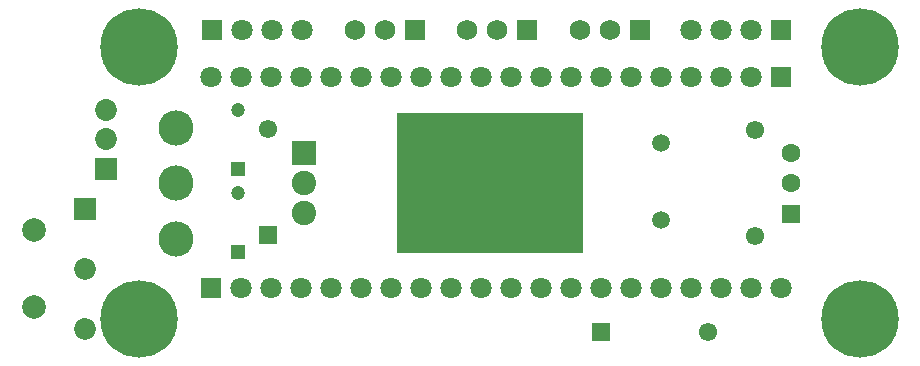
<source format=gts>
G04*
G04 #@! TF.GenerationSoftware,Altium Limited,Altium Designer,21.9.1 (22)*
G04*
G04 Layer_Color=8388736*
%FSLAX25Y25*%
%MOIN*%
G70*
G04*
G04 #@! TF.SameCoordinates,84066233-43AA-439E-81B8-E0E343A60AEF*
G04*
G04*
G04 #@! TF.FilePolarity,Negative*
G04*
G01*
G75*
%ADD16C,0.07296*%
%ADD17R,0.07296X0.07296*%
%ADD18R,0.62000X0.47000*%
%ADD19C,0.25800*%
%ADD20R,0.07284X0.07284*%
%ADD21C,0.07284*%
%ADD22C,0.07874*%
%ADD23C,0.07099*%
%ADD24R,0.07099X0.07099*%
%ADD25R,0.06902X0.06902*%
%ADD26C,0.06902*%
%ADD27C,0.06115*%
%ADD28R,0.06115X0.06115*%
%ADD29R,0.04724X0.04724*%
%ADD30C,0.04724*%
%ADD31R,0.06115X0.06115*%
%ADD32C,0.05950*%
%ADD33C,0.06312*%
%ADD34R,0.06312X0.06312*%
%ADD35R,0.08123X0.08123*%
%ADD36C,0.08123*%
%ADD37C,0.11725*%
D16*
X72000Y81157D02*
D03*
Y91000D02*
D03*
D17*
Y71315D02*
D03*
D18*
X200000Y66700D02*
D03*
D19*
X323500Y21400D02*
D03*
X83300D02*
D03*
Y111900D02*
D03*
X323500D02*
D03*
D20*
X65000Y58000D02*
D03*
D21*
Y38000D02*
D03*
Y18000D02*
D03*
D22*
X48071Y50795D02*
D03*
Y25205D02*
D03*
D23*
X117500Y117500D02*
D03*
X127500D02*
D03*
X137500D02*
D03*
X287000D02*
D03*
X277000D02*
D03*
X267000D02*
D03*
X297000Y31600D02*
D03*
X287000D02*
D03*
X277000D02*
D03*
X267000D02*
D03*
X257000D02*
D03*
X237000D02*
D03*
X227000D02*
D03*
X187000D02*
D03*
X157000D02*
D03*
X137000D02*
D03*
X117000D02*
D03*
X127000D02*
D03*
X147000D02*
D03*
X167000D02*
D03*
X177000D02*
D03*
X197000D02*
D03*
X207000D02*
D03*
X217000D02*
D03*
X247000D02*
D03*
X107000Y101800D02*
D03*
X117000D02*
D03*
X127000D02*
D03*
X137000D02*
D03*
X147000D02*
D03*
X167000D02*
D03*
X177000D02*
D03*
X217000D02*
D03*
X247000D02*
D03*
X267000D02*
D03*
X287000D02*
D03*
X277000D02*
D03*
X257000D02*
D03*
X237000D02*
D03*
X227000D02*
D03*
X207000D02*
D03*
X197000D02*
D03*
X187000D02*
D03*
X157000D02*
D03*
D24*
X107500Y117500D02*
D03*
X297000D02*
D03*
X107000Y31600D02*
D03*
X297000Y101800D02*
D03*
D25*
X250000Y117500D02*
D03*
X212500D02*
D03*
X175000D02*
D03*
D26*
X240000D02*
D03*
X230000D02*
D03*
X202500D02*
D03*
X192500D02*
D03*
X165000D02*
D03*
X155000D02*
D03*
D27*
X288500Y48783D02*
D03*
Y84216D02*
D03*
X272716Y17000D02*
D03*
X126000Y84716D02*
D03*
D28*
X237283Y17000D02*
D03*
D29*
X116000Y71157D02*
D03*
Y43657D02*
D03*
D30*
Y90842D02*
D03*
Y63342D02*
D03*
D31*
X126000Y49283D02*
D03*
D32*
X257000Y54205D02*
D03*
Y79795D02*
D03*
D33*
X300504Y66500D02*
D03*
Y76736D02*
D03*
D34*
Y56264D02*
D03*
D35*
X138000Y76500D02*
D03*
D36*
Y66500D02*
D03*
Y56500D02*
D03*
D37*
X95500Y85008D02*
D03*
Y66504D02*
D03*
Y48000D02*
D03*
M02*

</source>
